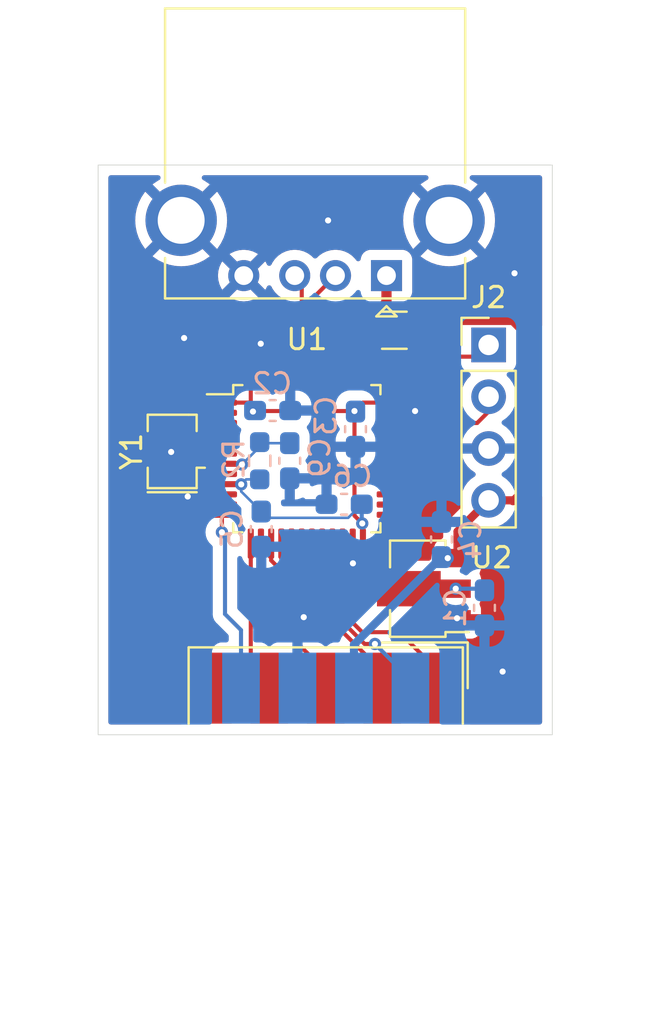
<source format=kicad_pcb>
(kicad_pcb (version 20221018) (generator pcbnew)
  (layers (0 "F.Cu" signal "Front") (1 "In1.Cu" signal) (2 "In2.Cu" signal) (31 "B.Cu" signal "Back") (34 "B.Paste" user) (35 "F.Paste" user) (36 "B.SilkS" user "B.Silkscreen") (37 "F.SilkS" user "F.Silkscreen") (38 "B.Mask" user) (39 "F.Mask" user) (44 "Edge.Cuts" user))
  (net 0 "")
  (net 1 "+3.3V")
  (net 2 "GND")
  (net 3 "+5V")
  (net 4 "/NRST")
  (net 5 "Net-(J3-VBUS)")
  (net 6 "/PIN1")
  (net 7 "/PIN2")
  (net 8 "/PIN3")
  (net 9 "/PIN4")
  (net 10 "/PIN5")
  (net 11 "/PIN6")
  (net 12 "/PIN9")
  (net 13 "/SWDIO")
  (net 14 "/SWCLK")
  (net 15 "/USB_DM")
  (net 16 "/USB_DP")
  (net 20 "/OSC_IN")
  (net 21 "/OSC_OUT")
  (footprint "Connector_PinHeader_2.54mm:PinHeader_1x04_P2.54mm_Vertical" (layer "F.Cu") (at 138.684 84.6682)
    (fp_text reference "J2" (at 0 -2.33) (layer "F.SilkS"))
    (fp_text value "Conn_01x04" hide)
    (fp_line (start -1.33 -1.33) (end 0 -1.33) (stroke (width 0.12)) (layer "F.SilkS"))
    (fp_line (start -1.33 0) (end -1.33 -1.33) (stroke (width 0.12)) (layer "F.SilkS"))
    (fp_line (start -1.33 1.27) (end -1.33 8.95) (stroke (width 0.12)) (layer "F.SilkS"))
    (fp_line (start -1.33 1.27) (end 1.33 1.27) (stroke (width 0.12)) (layer "F.SilkS"))
    (fp_line (start -1.33 8.95) (end 1.33 8.95) (stroke (width 0.12)) (layer "F.SilkS"))
    (fp_line (start 1.33 1.27) (end 1.33 8.95) (stroke (width 0.12)) (layer "F.SilkS"))
    (pad "1" thru_hole rect (at 0 0) (size 1.7 1.7) (drill 1) (layers "*.Cu" "*.Mask") (net 14 "/SWCLK"))
    (pad "2" thru_hole oval (at 0 2.54) (size 1.7 1.7) (drill 1) (layers "*.Cu" "*.Mask") (net 13 "/SWDIO"))
    (pad "3" thru_hole oval (at 0 5.08) (size 1.7 1.7) (drill 1) (layers "*.Cu" "*.Mask") (net 2 "GND"))
    (pad "4" thru_hole oval (at 0 7.62) (size 1.7 1.7) (drill 1) (layers "*.Cu" "*.Mask") (net 3 "+5V"))
  )
  (footprint "Crystal:Resonator_SMD_Murata_CSTxExxV-3Pin_3.0x1.1mm" (layer "F.Cu") (at 123.1646 89.8906 90)
    (fp_text reference "Y1" (at 0 -2 90) (layer "F.SilkS"))
    (fp_text value "Resonator")
    (fp_line (start -2 -1.2) (end -2 0.8) (stroke (width 0.12)) (layer "F.SilkS"))
    (fp_line (start -2 0.8) (end -2 1.2) (stroke (width 0.12)) (layer "F.SilkS"))
    (fp_line (start -1.8 -1.2) (end -0.8 -1.2) (stroke (width 0.12)) (layer "F.SilkS"))
    (fp_line (start -1.8 0.8) (end -1.8 -1.2) (stroke (width 0.12)) (layer "F.SilkS"))
    (fp_line (start -1.8 0.8) (end -1.8 1.2) (stroke (width 0.12)) (layer "F.SilkS"))
    (fp_line (start -0.8 1.2) (end -1.8 1.2) (stroke (width 0.12)) (layer "F.SilkS"))
    (fp_line (start -0.8 1.2) (end -0.8 1.6) (stroke (width 0.12)) (layer "F.SilkS"))
    (fp_line (start 1 -1.2) (end 1.8 -1.2) (stroke (width 0.12)) (layer "F.SilkS"))
    (fp_line (start 1.8 -1.2) (end 1.8 0.8) (stroke (width 0.12)) (layer "F.SilkS"))
    (fp_line (start 1.8 0.8) (end 1.8 1.2) (stroke (width 0.12)) (layer "F.SilkS"))
    (fp_line (start 1.8 1.2) (end 1 1.2) (stroke (width 0.12)) (layer "F.SilkS"))
    (pad "1" smd rect (at -1.2 0 90) (size 0.4 1.9) (layers "F.Cu" "F.Paste" "F.Mask") (net 21 "/OSC_OUT"))
    (pad "2" smd rect (at 0 0 90) (size 0.4 1.9) (layers "F.Cu" "F.Paste" "F.Mask") (net 2 "GND"))
    (pad "3" smd rect (at 1.2 0 90) (size 0.4 1.9) (layers "F.Cu" "F.Paste" "F.Mask") (net 20 "/OSC_IN"))
  )
  (footprint "Fuse:Fuse_1206_3216Metric_Pad1.42x1.75mm_HandSolder" (layer "F.Cu") (at 134.0612 83.947)
    (fp_text reference "F1" hide)
    (fp_text value "Fuse" hide)
    (fp_line (start -0.602064 -0.91) (end 0.602064 -0.91) (stroke (width 0.12)) (layer "F.SilkS"))
    (fp_line (start -0.602064 0.91) (end 0.602064 0.91) (stroke (width 0.12)) (layer "F.SilkS"))
    (pad "1" smd roundrect (at -1.4875 0) (size 1.425 1.75) (layers "F.Cu" "F.Paste" "F.Mask") (roundrect_rratio 0.175439) (net 5 "Net-(J3-VBUS)"))
    (pad "2" smd roundrect (at 1.4875 0) (size 1.425 1.75) (layers "F.Cu" "F.Paste" "F.Mask") (roundrect_rratio 0.175439) (net 3 "+5V"))
  )
  (footprint "Connector_USB:USB_A_CONNFLY_DS1095-WNR0" (layer "F.Cu") (at 133.675 81.2671 180)
    (fp_text reference "J3" hide)
    (fp_text value "USB_1" hide)
    (fp_line (start -3.86 -1.12) (end -3.86 0.86) (stroke (width 0.12)) (layer "F.SilkS"))
    (fp_line (start -3.86 -1.12) (end 10.86 -1.12) (stroke (width 0.12)) (layer "F.SilkS"))
    (fp_line (start -3.86 4.56) (end -3.86 13.1) (stroke (width 0.12)) (layer "F.SilkS"))
    (fp_line (start -3.86 13.1) (end 10.86 13.1) (stroke (width 0.12)) (layer "F.SilkS"))
    (fp_line (start -0.5 -2) (end 0 -1.5) (stroke (width 0.12)) (layer "F.SilkS"))
    (fp_line (start 0 -1.5) (end 0.5 -2) (stroke (width 0.12)) (layer "F.SilkS"))
    (fp_line (start 0.5 -2) (end -0.5 -2) (stroke (width 0.12)) (layer "F.SilkS"))
    (fp_line (start 10.86 0.86) (end 10.86 -1.12) (stroke (width 0.12)) (layer "F.SilkS"))
    (fp_line (start 10.86 4.56) (end 10.86 13.1) (stroke (width 0.12)) (layer "F.SilkS"))
    (pad "1" thru_hole rect (at 0 0 180) (size 1.524 1.524) (drill 0.92) (layers "*.Cu" "*.Mask") (net 5 "Net-(J3-VBUS)"))
    (pad "2" thru_hole circle (at 2.5 0 180) (size 1.524 1.524) (drill 0.92) (layers "*.Cu" "*.Mask") (net 15 "/USB_DM"))
    (pad "3" thru_hole circle (at 4.5 0 180) (size 1.524 1.524) (drill 0.92) (layers "*.Cu" "*.Mask") (net 16 "/USB_DP"))
    (pad "4" thru_hole circle (at 7 0 180) (size 1.524 1.524) (drill 0.92) (layers "*.Cu" "*.Mask") (net 2 "GND"))
    (pad "5" thru_hole circle (at -3.07 2.71 180) (size 3.5 3.5) (drill 2.3) (layers "*.Cu" "*.Mask") (net 2 "GND"))
    (pad "5" thru_hole circle (at 10.07 2.71 180) (size 3.5 3.5) (drill 2.3) (layers "*.Cu" "*.Mask") (net 2 "GND"))
  )
  (footprint "Connector_Dsub:DSUB-9_Female_EdgeMount_P2.77mm" (layer "F.Cu") (at 130.695 101.4984)
    (fp_text reference "J1" hide)
    (fp_text value "DE9_Plug" hide)
    (fp_line (start -6.723333 -2) (end -6.723333 1.74) (stroke (width 0.12)) (layer "F.SilkS"))
    (fp_line (start 6.723333 -2) (end -6.723333 -2) (stroke (width 0.12)) (layer "F.SilkS"))
    (fp_line (start 6.723333 1.74) (end 6.723333 -2) (stroke (width 0.12)) (layer "F.SilkS"))
    (fp_line (start 6.963333 -2.24) (end 2.77 -2.24) (stroke (width 0.12)) (layer "F.SilkS"))
    (fp_line (start 6.963333 0) (end 6.963333 -2.24) (stroke (width 0.12)) (layer "F.SilkS"))
    (pad "1" smd rect (at 5.54 0) (size 1.846667 3.48) (layers "F.Cu" "F.Paste" "F.Mask") (net 6 "/PIN1"))
    (pad "2" smd rect (at 2.77 0) (size 1.846667 3.48) (layers "F.Cu" "F.Paste" "F.Mask") (net 7 "/PIN2"))
    (pad "3" smd rect (at 0 0) (size 1.846667 3.48) (layers "F.Cu" "F.Paste" "F.Mask") (net 8 "/PIN3"))
    (pad "4" smd rect (at -2.77 0) (size 1.846667 3.48) (layers "F.Cu" "F.Paste" "F.Mask") (net 9 "/PIN4"))
    (pad "5" smd rect (at -5.54 0) (size 1.846667 3.48) (layers "F.Cu" "F.Paste" "F.Mask") (net 10 "/PIN5"))
    (pad "6" smd rect (at 4.155 0) (size 1.846667 3.48) (layers "B.Cu" "B.Paste" "B.Mask") (net 11 "/PIN6"))
    (pad "7" smd rect (at 1.385 0) (size 1.846667 3.48) (layers "B.Cu" "B.Paste" "B.Mask") (net 3 "+5V"))
    (pad "8" smd rect (at -1.385 0) (size 1.846667 3.48) (layers "B.Cu" "B.Paste" "B.Mask") (net 2 "GND"))
    (pad "9" smd rect (at -4.155 0) (size 1.846667 3.48) (layers "B.Cu" "B.Paste" "B.Mask") (net 12 "/PIN9"))
  )
  (footprint "CH32V203:CH32V203C8T6_LQFP-48_7x7mm_P0.5mm" (layer "F.Cu") (at 129.7686 90.2462)
    (fp_text reference "U1" (at 0 -5.85) (layer "F.SilkS"))
    (fp_text value "CH32V203C8T6-CH32V103C")
    (fp_line (start -3.61 -3.61) (end -3.61 -3.16) (stroke (width 0.12)) (layer "F.SilkS"))
    (fp_line (start -3.61 -3.16) (end -4.9 -3.16) (stroke (width 0.12)) (layer "F.SilkS"))
    (fp_line (start -3.61 3.61) (end -3.61 3.16) (stroke (width 0.12)) (layer "F.SilkS"))
    (fp_line (start -3.16 -3.61) (end -3.61 -3.61) (stroke (width 0.12)) (layer "F.SilkS"))
    (fp_line (start -3.16 3.61) (end -3.61 3.61) (stroke (width 0.12)) (layer "F.SilkS"))
    (fp_line (start 3.16 -3.61) (end 3.61 -3.61) (stroke (width 0.12)) (layer "F.SilkS"))
    (fp_line (start 3.16 3.61) (end 3.61 3.61) (stroke (width 0.12)) (layer "F.SilkS"))
    (fp_line (start 3.61 -3.61) (end 3.61 -3.16) (stroke (width 0.12)) (layer "F.SilkS"))
    (fp_line (start 3.61 3.61) (end 3.61 3.16) (stroke (width 0.12)) (layer "F.SilkS"))
    (pad "1" smd roundrect (at -4.1625 -2.75) (size 1.475 0.3) (layers "F.Cu" "F.Paste" "F.Mask") (net 1 "+3.3V"))
    (pad "2" smd roundrect (at -4.1625 -2.25) (size 1.475 0.3) (layers "F.Cu" "F.Paste" "F.Mask"))
    (pad "3" smd roundrect (at -4.1625 -1.75) (size 1.475 0.3) (layers "F.Cu" "F.Paste" "F.Mask"))
    (pad "4" smd roundrect (at -4.1625 -1.25) (size 1.475 0.3) (layers "F.Cu" "F.Paste" "F.Mask"))
    (pad "5" smd roundrect (at -4.1625 -0.75) (size 1.475 0.3) (layers "F.Cu" "F.Paste" "F.Mask") (net 20 "/OSC_IN"))
    (pad "6" smd roundrect (at -4.1625 -0.25) (size 1.475 0.3) (layers "F.Cu" "F.Paste" "F.Mask") (net 21 "/OSC_OUT"))
    (pad "7" smd roundrect (at -4.1625 0.25) (size 1.475 0.3) (layers "F.Cu" "F.Paste" "F.Mask") (net 4 "/NRST"))
    (pad "8" smd roundrect (at -4.1625 0.75) (size 1.475 0.3) (layers "F.Cu" "F.Paste" "F.Mask") (net 2 "GND"))
    (pad "9" smd roundrect (at -4.1625 1.25) (size 1.475 0.3) (layers "F.Cu" "F.Paste" "F.Mask") (net 1 "+3.3V"))
    (pad "10" smd roundrect (at -4.1625 1.75) (size 1.475 0.3) (layers "F.Cu" "F.Paste" "F.Mask"))
    (pad "11" smd roundrect (at -4.1625 2.25) (size 1.475 0.3) (layers "F.Cu" "F.Paste" "F.Mask") (net 10 "/PIN5"))
    (pad "12" smd roundrect (at -4.1625 2.75) (size 1.475 0.3) (layers "F.Cu" "F.Paste" "F.Mask") (net 12 "/PIN9"))
    (pad "13" smd roundrect (at -2.75 4.1625) (size 0.3 1.475) (layers "F.Cu" "F.Paste" "F.Mask") (net 9 "/PIN4"))
    (pad "14" smd roundrect (at -2.25 4.1625) (size 0.3 1.475) (layers "F.Cu" "F.Paste" "F.Mask") (net 8 "/PIN3"))
    (pad "15" smd roundrect (at -1.75 4.1625) (size 0.3 1.475) (layers "F.Cu" "F.Paste" "F.Mask") (net 7 "/PIN2"))
    (pad "16" smd roundrect (at -1.25 4.1625) (size 0.3 1.475) (layers "F.Cu" "F.Paste" "F.Mask") (net 11 "/PIN6"))
    (pad "17" smd roundrect (at -0.75 4.1625) (size 0.3 1.475) (layers "F.Cu" "F.Paste" "F.Mask") (net 6 "/PIN1"))
    (pad "18" smd roundrect (at -0.25 4.1625) (size 0.3 1.475) (layers "F.Cu" "F.Paste" "F.Mask"))
    (pad "19" smd roundrect (at 0.25 4.1625) (size 0.3 1.475) (layers "F.Cu" "F.Paste" "F.Mask"))
    (pad "20" smd roundrect (at 0.75 4.1625) (size 0.3 1.475) (layers "F.Cu" "F.Paste" "F.Mask"))
    (pad "21" smd roundrect (at 1.25 4.1625) (size 0.3 1.475) (layers "F.Cu" "F.Paste" "F.Mask"))
    (pad "22" smd roundrect (at 1.75 4.1625) (size 0.3 1.475) (layers "F.Cu" "F.Paste" "F.Mask"))
    (pad "23" smd roundrect (at 2.25 4.1625) (size 0.3 1.475) (layers "F.Cu" "F.Paste" "F.Mask") (net 2 "GND"))
    (pad "24" smd roundrect (at 2.75 4.1625) (size 0.3 1.475) (layers "F.Cu" "F.Paste" "F.Mask") (net 1 "+3.3V"))
    (pad "25" smd roundrect (at 4.1625 2.75) (size 1.475 0.3) (layers "F.Cu" "F.Paste" "F.Mask"))
    (pad "26" smd roundrect (at 4.1625 2.25) (size 1.475 0.3) (layers "F.Cu" "F.Paste" "F.Mask"))
    (pad "27" smd roundrect (at 4.1625 1.75) (size 1.475 0.3) (layers "F.Cu" "F.Paste" "F.Mask"))
    (pad "28" smd roundrect (at 4.1625 1.25) (size 1.475 0.3) (layers "F.Cu" "F.Paste" "F.Mask"))
    (pad "29" smd roundrect (at 4.1625 0.75) (size 1.475 0.3) (layers "F.Cu" "F.Paste" "F.Mask"))
    (pad "30" smd roundrect (at 4.1625 0.25) (size 1.475 0.3) (layers "F.Cu" "F.Paste" "F.Mask"))
    (pad "31" smd roundrect (at 4.1625 -0.25) (size 1.475 0.3) (layers "F.Cu" "F.Paste" "F.Mask"))
    (pad "32" smd roundrect (at 4.1625 -0.75) (size 1.475 0.3) (layers "F.Cu" "F.Paste" "F.Mask"))
    (pad "33" smd roundrect (at 4.1625 -1.25) (size 1.475 0.3) (layers "F.Cu" "F.Paste" "F.Mask"))
    (pad "34" smd roundrect (at 4.1625 -1.75) (size 1.475 0.3) (layers "F.Cu" "F.Paste" "F.Mask") (net 13 "/SWDIO"))
    (pad "35" smd roundrect (at 4.1625 -2.25) (size 1.475 0.3) (layers "F.Cu" "F.Paste" "F.Mask") (net 2 "GND"))
    (pad "36" smd roundrect (at 4.1625 -2.75) (size 1.475 0.3) (layers "F.Cu" "F.Paste" "F.Mask") (net 1 "+3.3V"))
    (pad "37" smd roundrect (at 2.75 -4.1625) (size 0.3 1.475) (layers "F.Cu" "F.Paste" "F.Mask") (net 14 "/SWCLK"))
    (pad "38" smd roundrect (at 2.25 -4.1625) (size 0.3 1.475) (layers "F.Cu" "F.Paste" "F.Mask"))
    (pad "39" smd roundrect (at 1.75 -4.1625) (size 0.3 1.475) (layers "F.Cu" "F.Paste" "F.Mask"))
    (pad "40" smd roundrect (at 1.25 -4.1625) (size 0.3 1.475) (layers "F.Cu" "F.Paste" "F.Mask"))
    (pad "41" smd roundrect (at 0.75 -4.1625) (size 0.3 1.475) (layers "F.Cu" "F.Paste" "F.Mask"))
    (pad "42" smd roundrect (at 0.25 -4.1625) (size 0.3 1.475) (layers "F.Cu" "F.Paste" "F.Mask") (net 15 "/USB_DM"))
    (pad "43" smd roundrect (at -0.25 -4.1625) (size 0.3 1.475) (layers "F.Cu" "F.Paste" "F.Mask") (net 16 "/USB_DP"))
    (pad "44" smd roundrect (at -0.75 -4.1625) (size 0.3 1.475) (layers "F.Cu" "F.Paste" "F.Mask"))
    (pad "45" smd roundrect (at -1.25 -4.1625) (size 0.3 1.475) (layers "F.Cu" "F.Paste" "F.Mask"))
    (pad "46" smd roundrect (at -1.75 -4.1625) (size 0.3 1.475) (layers "F.Cu" "F.Paste" "F.Mask"))
    (pad "47" smd roundrect (at -2.25 -4.1625) (size 0.3 1.475) (layers "F.Cu" "F.Paste" "F.Mask") (net 2 "GND"))
    (pad "48" smd roundrect (at -2.75 -4.1625) (size 0.3 1.475) (layers "F.Cu" "F.Paste" "F.Mask") (net 1 "+3.3V"))
  )
  (footprint "Package_TO_SOT_SMD:SOT-89-3" (layer "F.Cu") (at 135.209 96.6216 180)
    (fp_text reference "U2" (at -3.6274 1.524) (layer "F.SilkS"))
    (fp_text value "LM1117MP-3.3")
    (fp_line (start -2.5 -2.13) (end -1.36 -2.13) (stroke (width 0.12)) (layer "F.SilkS"))
    (fp_line (start -1.36 -2.36) (end -1.36 -2.13) (stroke (width 0.12)) (layer "F.SilkS"))
    (fp_line (start -1.36 -2.36) (end 1.36 -2.36) (stroke (width 0.12)) (layer "F.SilkS"))
    (fp_line (start -1.36 2.36) (end -1.36 2.13) (stroke (width 0.12)) (layer "F.SilkS"))
    (fp_line (start 1.36 -2.36) (end 1.36 -1.05) (stroke (width 0.12)) (layer "F.SilkS"))
    (fp_line (start 1.36 1.05) (end 1.36 2.36) (stroke (width 0.12)) (layer "F.SilkS"))
    (fp_line (start 1.36 2.36) (end -1.36 2.36) (stroke (width 0.12)) (layer "F.SilkS"))
    (pad "1" smd rect (at -1.95 -1.5 180) (size 1.3 0.9) (layers "F.Cu" "F.Paste" "F.Mask") (net 2 "GND"))
    (pad "2" smd custom (at -1.8625 0 180) (size 1.475 0.9) (layers "F.Cu" "F.Paste" "F.Mask") (net 1 "+3.3V") (options (clearance outline) (anchor rect)) (primitives (gr_poly (pts (xy 3.8625 0.8665) (xy 0.7375 0.8665) (xy 0.7375 -0.8665) (xy 3.8625 -0.8665)) (width 0) (fill yes))))
    (pad "3" smd rect (at -1.95 1.5 180) (size 1.3 0.9) (layers "F.Cu" "F.Paste" "F.Mask") (net 3 "+5V"))
  )
  (footprint "Capacitor_SMD:C_0603_1608Metric_Pad1.08x0.95mm_HandSolder" (layer "B.Cu") (at 138.4808 97.5614 -90)
    (fp_text reference "C1" (at 0 1.43 90) (layer "B.SilkS") (effects (justify mirror)))
    (fp_text value "C")
    (fp_line (start -0.146267 -0.51) (end 0.146267 -0.51) (stroke (width 0.12)) (layer "B.SilkS"))
    (fp_line (start -0.146267 0.51) (end 0.146267 0.51) (stroke (width 0.12)) (layer "B.SilkS"))
    (pad "1" smd roundrect (at -0.8625 0 270) (size 1.075 0.95) (layers "B.Cu" "B.Paste" "B.Mask") (net 1 "+3.3V"))
    (pad "2" smd roundrect (at 0.8625 0 270) (size 1.075 0.95) (layers "B.Cu" "B.Paste" "B.Mask") (net 2 "GND"))
  )
  (footprint "Capacitor_SMD:C_0603_1608Metric_Pad1.08x0.95mm_HandSolder" (layer "B.Cu") (at 128.0922 87.884)
    (fp_text reference "C2" (at -0.0254 -1.3208) (layer "B.SilkS") (effects (justify mirror)))
    (fp_text value "C")
    (fp_line (start -0.146267 -0.51) (end 0.146267 -0.51) (stroke (width 0.12)) (layer "B.SilkS"))
    (fp_line (start -0.146267 0.51) (end 0.146267 0.51) (stroke (width 0.12)) (layer "B.SilkS"))
    (pad "1" smd roundrect (at -0.8625 0) (size 1.075 0.95) (layers "B.Cu" "B.Paste" "B.Mask") (net 1 "+3.3V"))
    (pad "2" smd roundrect (at 0.8625 0) (size 1.075 0.95) (layers "B.Cu" "B.Paste" "B.Mask") (net 2 "GND"))
  )
  (footprint "Capacitor_SMD:C_0603_1608Metric_Pad1.08x0.95mm_HandSolder" (layer "B.Cu") (at 136.3726 94.2086 90)
    (fp_text reference "C4" (at 0 1.43 90) (layer "B.SilkS") (effects (justify mirror)))
    (fp_text value "C")
    (fp_line (start -0.146267 -0.51) (end 0.146267 -0.51) (stroke (width 0.12)) (layer "B.SilkS"))
    (fp_line (start -0.146267 0.51) (end 0.146267 0.51) (stroke (width 0.12)) (layer "B.SilkS"))
    (pad "1" smd roundrect (at -0.8625 0 90) (size 1.075 0.95) (layers "B.Cu" "B.Paste" "B.Mask") (net 3 "+5V"))
    (pad "2" smd roundrect (at 0.8625 0 90) (size 1.075 0.95) (layers "B.Cu" "B.Paste" "B.Mask") (net 2 "GND"))
  )
  (footprint "Capacitor_SMD:C_0603_1608Metric_Pad1.08x0.95mm_HandSolder" (layer "B.Cu") (at 131.5974 92.4814 180)
    (fp_text reference "C6" (at -0.4064 1.3716) (layer "B.SilkS") (effects (justify mirror)))
    (fp_text value "C")
    (fp_line (start -0.146267 -0.51) (end 0.146267 -0.51) (stroke (width 0.12)) (layer "B.SilkS"))
    (fp_line (start -0.146267 0.51) (end 0.146267 0.51) (stroke (width 0.12)) (layer "B.SilkS"))
    (pad "1" smd roundrect (at -0.8625 0 180) (size 1.075 0.95) (layers "B.Cu" "B.Paste" "B.Mask") (net 1 "+3.3V"))
    (pad "2" smd roundrect (at 0.8625 0 180) (size 1.075 0.95) (layers "B.Cu" "B.Paste" "B.Mask") (net 2 "GND"))
  )
  (footprint "Capacitor_SMD:C_0603_1608Metric_Pad1.08x0.95mm_HandSolder" (layer "B.Cu") (at 132.1562 88.7984 -90)
    (fp_text reference "C3" (at -0.6604 1.4478 90) (layer "B.SilkS") (effects (justify mirror)))
    (fp_text value "C")
    (fp_line (start -0.146267 -0.51) (end 0.146267 -0.51) (stroke (width 0.12)) (layer "B.SilkS"))
    (fp_line (start -0.146267 0.51) (end 0.146267 0.51) (stroke (width 0.12)) (layer "B.SilkS"))
    (pad "1" smd roundrect (at -0.8625 0 270) (size 1.075 0.95) (layers "B.Cu" "B.Paste" "B.Mask") (net 1 "+3.3V"))
    (pad "2" smd roundrect (at 0.8625 0 270) (size 1.075 0.95) (layers "B.Cu" "B.Paste" "B.Mask") (net 2 "GND"))
  )
  (footprint "Capacitor_SMD:C_0603_1608Metric_Pad1.08x0.95mm_HandSolder" (layer "B.Cu") (at 127.5334 93.7006 -90)
    (fp_text reference "C5" (at 0 1.43 90) (layer "B.SilkS") (effects (justify mirror)))
    (fp_text value "C")
    (fp_line (start -0.146267 -0.51) (end 0.146267 -0.51) (stroke (width 0.12)) (layer "B.SilkS"))
    (fp_line (start -0.146267 0.51) (end 0.146267 0.51) (stroke (width 0.12)) (layer "B.SilkS"))
    (pad "1" smd roundrect (at -0.8625 0 270) (size 1.075 0.95) (layers "B.Cu" "B.Paste" "B.Mask") (net 1 "+3.3V"))
    (pad "2" smd roundrect (at 0.8625 0 270) (size 1.075 0.95) (layers "B.Cu" "B.Paste" "B.Mask") (net 2 "GND"))
  )
  (footprint "Resistor_SMD:R_0603_1608Metric_Pad0.98x0.95mm_HandSolder" (layer "B.Cu") (at 127.4572 90.3478 90)
    (fp_text reference "R2" (at 0.0762 -1.27 270) (layer "B.SilkS") (effects (justify mirror)))
    (fp_text value "R" hide)
    (fp_line (start -0.254724 -0.5225) (end 0.254724 -0.5225) (stroke (width 0.12)) (layer "B.SilkS"))
    (fp_line (start -0.254724 0.5225) (end 0.254724 0.5225) (stroke (width 0.12)) (layer "B.SilkS"))
    (pad "1" smd roundrect (at -0.9125 0 90) (size 0.975 0.95) (layers "B.Cu" "B.Paste" "B.Mask") (net 1 "+3.3V"))
    (pad "2" smd roundrect (at 0.9125 0 90) (size 0.975 0.95) (layers "B.Cu" "B.Paste" "B.Mask") (net 4 "/NRST"))
  )
  (footprint "Capacitor_SMD:C_0603_1608Metric_Pad1.08x0.95mm_HandSolder" (layer "B.Cu") (at 128.9304 90.3478 -90)
    (fp_text reference "C9" (at -0.1524 -1.4732 90) (layer "B.SilkS") (effects (justify mirror)))
    (fp_text value "0.1μF" hide)
    (fp_line (start -0.146267 -0.51) (end 0.146267 -0.51) (stroke (width 0.12)) (layer "B.SilkS"))
    (fp_line (start -0.146267 0.51) (end 0.146267 0.51) (stroke (width 0.12)) (layer "B.SilkS"))
    (pad "1" smd roundrect (at -0.8625 0 270) (size 1.075 0.95) (layers "B.Cu" "B.Paste" "B.Mask") (net 4 "/NRST"))
    (pad "2" smd roundrect (at 0.8625 0 270) (size 1.075 0.95) (layers "B.Cu" "B.Paste" "B.Mask") (net 2 "GND"))
  )
  (gr_rect (start 119.5324 75.8444) (end 141.8082 103.7844) (stroke (width 0.0381)) (fill none) (layer "Edge.Cuts"))
  (segment (start 132.5186 87.4962) (end 132.1054 87.9094) (width 0.2) (layer "F.Cu") (net 1))
  (segment (start 127.1524 87.9094) (end 127.127 87.9348) (width 0.2) (layer "F.Cu") (net 1))
  (segment (start 125.616121 91.506221) (end 125.6061 91.4962) (width 0.127) (layer "F.Cu") (net 1))
  (segment (start 127.0186 87.6046) (end 127.0186 87.8264) (width 0.2) (layer "F.Cu") (net 1))
  (segment (start 132.1054 93.0402) (end 132.4864 93.4212) (width 0.2) (layer "F.Cu") (net 1))
  (segment (start 132.5186 94.4087) (end 132.5197 94.4098) (width 0.127) (layer "F.Cu") (net 1))
  (segment (start 127.0186 86.0837) (end 127.0186 87.6046) (width 0.2) (layer "F.Cu") (net 1))
  (segment (start 126.9102 87.4962) (end 127.0186 87.6046) (width 0.2) (layer "F.Cu") (net 1))
  (segment (start 132.7658 96.6216) (end 137.0715 96.6216) (width 0.127) (layer "F.Cu") (net 1))
  (segment (start 126.550218 91.506221) (end 125.616121 91.506221) (width 0.127) (layer "F.Cu") (net 1))
  (segment (start 127.0186 87.8264) (end 127.127 87.9348) (width 0.2) (layer "F.Cu") (net 1))
  (segment (start 125.6061 87.4962) (end 126.9102 87.4962) (width 0.2) (layer "F.Cu") (net 1))
  (segment (start 133.9311 87.4962) (end 132.5186 87.4962) (width 0.2) (layer "F.Cu") (net 1))
  (segment (start 132.4864 94.3765) (end 132.5186 94.4087) (width 0.127) (layer "F.Cu") (net 1))
  (segment (start 132.1054 87.9094) (end 127.1524 87.9094) (width 0.2) (layer "F.Cu") (net 1))
  (segment (start 132.1054 87.9094) (end 132.1054 93.0402) (width 0.2) (layer "F.Cu") (net 1))
  (segment (start 132.5197 96.3755) (end 132.7658 96.6216) (width 0.127) (layer "F.Cu") (net 1))
  (segment (start 132.5197 94.4098) (end 132.5197 96.3755) (width 0.127) (layer "F.Cu") (net 1))
  (segment (start 132.4864 93.4212) (end 132.4864 94.3765) (width 0.127) (layer "F.Cu") (net 1))
  (via (at 137.0715 96.6216) (size 0.6) (drill 0.3) (layers "F.Cu" "B.Cu") (net 1))
  (via (at 132.1054 87.9094) (size 0.6) (drill 0.3) (layers "F.Cu" "B.Cu") (net 1))
  (via (at 132.4864 93.4212) (size 0.6) (drill 0.3) (layers "F.Cu" "B.Cu") (net 1))
  (via (at 127.127 87.9348) (size 0.6) (drill 0.3) (layers "F.Cu" "B.Cu") (net 1))
  (via (at 126.550218 91.506221) (size 0.6) (drill 0.3) (layers "F.Cu" "B.Cu") (net 1))
  (segment (start 132.4599 92.4814) (end 132.4599 93.3947) (width 0.2) (layer "B.Cu") (net 1))
  (segment (start 126.550218 91.854918) (end 126.550218 91.506221) (width 0.127) (layer "B.Cu") (net 1))
  (segment (start 127.5334 92.8381) (end 126.550218 91.854918) (width 0.127) (layer "B.Cu") (net 1))
  (segment (start 127.8422 93.1469) (end 131.7944 93.1469) (width 0.127) (layer "B.Cu") (net 1))
  (segment (start 126.796139 91.2603) (end 126.550218 91.506221) (width 0.127) (layer "B.Cu") (net 1))
  (segment (start 132.4599 93.3947) (end 132.4864 93.4212) (width 0.2) (layer "B.Cu") (net 1))
  (segment (start 137.0715 96.6216) (end 138.4035 96.6216) (width 0.2) (layer "B.Cu") (net 1))
  (segment (start 127.4572 91.2603) (end 126.796139 91.2603) (width 0.127) (layer "B.Cu") (net 1))
  (segment (start 127.1789 87.9348) (end 127.2297 87.884) (width 0.2) (layer "B.Cu") (net 1))
  (segment (start 127.5334 92.8381) (end 127.8422 93.1469) (width 0.127) (layer "B.Cu") (net 1))
  (segment (start 131.7944 93.1469) (end 132.4599 92.4814) (width 0.127) (layer "B.Cu") (net 1))
  (segment (start 127.127 87.9348) (end 127.1789 87.9348) (width 0.2) (layer "B.Cu") (net 1))
  (segment (start 138.4035 96.6216) (end 138.4808 96.6989) (width 0.2) (layer "B.Cu") (net 1))
  (segment (start 133.9311 87.9962) (end 134.9904 87.9962) (width 0.2) (layer "F.Cu") (net 2))
  (segment (start 127.508 84.6074) (end 127.4572 84.6074) (width 0.2) (layer "F.Cu") (net 2))
  (segment (start 127.508 84.6582) (end 127.508 84.6074) (width 0.2) (layer "F.Cu") (net 2))
  (segment (start 123.9266 92.00903) (end 124.93943 90.9962) (width 0.2) (layer "F.Cu") (net 2))
  (segment (start 123.9266 92.1004) (end 123.9266 92.00903) (width 0.2) (layer "F.Cu") (net 2))
  (segment (start 127.5186 86.0837) (end 127.5186 84.6688) (width 0.2) (layer "F.Cu") (net 2))
  (segment (start 124.93943 90.9962) (end 125.6061 90.9962) (width 0.2) (layer "F.Cu") (net 2))
  (segment (start 134.9904 87.9962) (end 135.0772 87.9094) (width 0.2) (layer "F.Cu") (net 2))
  (segment (start 127.5186 84.6688) (end 127.508 84.6582) (width 0.2) (layer "F.Cu") (net 2))
  (segment (start 127.4572 84.6074) (end 127.508 84.6582) (width 0.2) (layer "F.Cu") (net 2))
  (via (at 139.3698 100.6856) (size 0.6) (drill 0.3) (layers "F.Cu" "B.Cu") (net 2))
  (via (at 132.0292 95.377) (size 0.6) (drill 0.3) (layers "F.Cu" "B.Cu") (net 2))
  (via (at 123.7488 84.328) (size 0.6) (drill 0.3) (layers "F.Cu" "B.Cu") (net 2))
  (via (at 123.1138 89.916) (size 0.6) (drill 0.3) (layers "F.Cu" "B.Cu") (net 2))
  (via (at 135.0772 87.9094) (size 0.6) (drill 0.3) (layers "F.Cu" "B.Cu") (net 2))
  (via (at 137.1346 98.0694) (size 0.6) (drill 0.3) (layers "F.Cu" "B.Cu") (net 2))
  (via (at 129.6162 98.0186) (size 0.6) (drill 0.3) (layers "F.Cu" "B.Cu") (net 2))
  (via (at 139.954 81.153) (size 0.6) (drill 0.3) (layers "F.Cu" "B.Cu") (net 2))
  (via (at 127.508 84.6074) (size 0.6) (drill 0.3) (layers "F.Cu" "B.Cu") (net 2))
  (via (at 130.81 78.5622) (size 0.6) (drill 0.3) (layers "F.Cu" "B.Cu") (net 2))
  (via (at 123.9266 92.1004) (size 0.6) (drill 0.3) (layers "F.Cu" "B.Cu") (net 2))
  (segment (start 129.3114 98.3234) (end 129.6162 98.0186) (width 0.4) (layer "B.Cu") (net 2))
  (segment (start 129.3114 100.1014) (end 129.3114 98.3234) (width 0.4) (layer "B.Cu") (net 2))
  (segment (start 139.837 92.2882) (end 138.684 92.2882) (width 0.4) (layer "F.Cu") (net 3))
  (segment (start 137.159 95.1216) (end 136.6774 95.123) (width 0.4) (layer "F.Cu") (net 3))
  (segment (start 139.8778 92.329) (end 139.837 92.2882) (width 0.4) (layer "F.Cu") (net 3))
  (segment (start 137.159 93.8132) (end 138.684 92.2882) (width 0.4) (layer "F.Cu") (net 3))
  (segment (start 137.159 93.8132) (end 137.159 95.1216) (width 0.4) (layer "F.Cu") (net 3))
  (segment (start 140.4366 84.0668) (end 140.4366 91.7702) (width 0.4) (layer "F.Cu") (net 3))
  (segment (start 140.4366 91.7702) (end 139.8778 92.329) (width 0.4) (layer "F.Cu") (net 3))
  (segment (start 135.7505 83.4912) (end 139.861 83.4912) (width 0.4) (layer "F.Cu") (net 3))
  (segment (start 139.861 83.4912) (end 140.4366 84.0668) (width 0.4) (layer "F.Cu") (net 3))
  (segment (start 135.2947 83.947) (end 135.7505 83.4912) (width 0.4) (layer "F.Cu") (net 3))
  (via (at 136.6774 95.123) (size 0.6) (drill 0.3) (layers "F.Cu" "B.Cu") (net 3))
  (segment (start 132.08 99.3637) (end 136.3726 95.0711) (width 0.4) (layer "B.Cu") (net 3))
  (segment (start 132.08 101.4984) (end 132.08 99.3637) (width 0.4) (layer "B.Cu") (net 3))
  (segment (start 125.641567 90.531667) (end 125.6061 90.4962) (width 0.127) (layer "F.Cu") (net 4))
  (segment (start 126.586051 90.531667) (end 125.641567 90.531667) (width 0.127) (layer "F.Cu") (net 4))
  (via (at 126.586051 90.531667) (size 0.6) (drill 0.3) (layers "F.Cu" "B.Cu") (net 4))
  (segment (start 127.5072 89.4853) (end 127.4572 89.4353) (width 0.127) (layer "B.Cu") (net 4))
  (segment (start 128.9812 89.4853) (end 127.5072 89.4853) (width 0.127) (layer "B.Cu") (net 4))
  (segment (start 127.4572 89.660518) (end 126.586051 90.531667) (width 0.127) (layer "B.Cu") (net 4))
  (segment (start 127.4572 89.4353) (end 127.4572 89.660518) (width 0.127) (layer "B.Cu") (net 4))
  (segment (start 133.6802 81.2723) (end 133.675 81.2671) (width 0.5) (layer "F.Cu") (net 5))
  (segment (start 133.675 81.2671) (end 133.675 82.5917) (width 0.5) (layer "F.Cu") (net 5))
  (segment (start 133.675 82.5917) (end 132.3197 83.947) (width 0.5) (layer "F.Cu") (net 5))
  (segment (start 134.308467 98.7552) (end 132.4864 98.7552) (width 0.2) (layer "F.Cu") (net 6))
  (segment (start 132.4864 98.7552) (end 129.0186 95.2874) (width 0.2) (layer "F.Cu") (net 6))
  (segment (start 136.235 101.4984) (end 136.235 100.681733) (width 0.2) (layer "F.Cu") (net 6))
  (segment (start 129.0186 95.2874) (end 129.0186 94.4087) (width 0.2) (layer "F.Cu") (net 6))
  (segment (start 136.235 100.681733) (end 134.308467 98.7552) (width 0.2) (layer "F.Cu") (net 6))
  (segment (start 133.465 101.4984) (end 133.465 100.681733) (width 0.2) (layer "F.Cu") (net 7))
  (segment (start 133.465 100.681733) (end 128.0186 95.235333) (width 0.2) (layer "F.Cu") (net 7))
  (segment (start 128.0186 95.235333) (end 128.0186 94.4087) (width 0.2) (layer "F.Cu") (net 7))
  (segment (start 130.695 101.4984) (end 130.695 100.681733) (width 0.2) (layer "F.Cu") (net 8))
  (segment (start 127.5186 97.505333) (end 127.5186 94.4087) (width 0.2) (layer "F.Cu") (net 8))
  (segment (start 130.695 100.681733) (end 127.5186 97.505333) (width 0.2) (layer "F.Cu") (net 8))
  (segment (start 127.925 101.4984) (end 127.0186 100.592) (width 0.2) (layer "F.Cu") (net 9))
  (segment (start 127.0186 100.592) (end 127.0186 94.4087) (width 0.2) (layer "F.Cu") (net 9))
  (segment (start 125.155 101.4984) (end 124.6416 100.985) (width 0.2) (layer "F.Cu") (net 10))
  (segment (start 124.868601 92.4962) (end 125.6061 92.4962) (width 0.2) (layer "F.Cu") (net 10))
  (segment (start 124.6416 92.723201) (end 124.868601 92.4962) (width 0.2) (layer "F.Cu") (net 10))
  (segment (start 124.6416 100.985) (end 124.6416 92.723201) (width 0.2) (layer "F.Cu") (net 10))
  (segment (start 132.60065 99.331898) (end 128.5186 95.249848) (width 0.2) (layer "F.Cu") (net 11))
  (segment (start 133.108229 99.331898) (end 132.60065 99.331898) (width 0.2) (layer "F.Cu") (net 11))
  (segment (start 128.5186 95.249848) (end 128.5186 94.4087) (width 0.2) (layer "F.Cu") (net 11))
  (via (at 133.108229 99.331898) (size 0.6) (drill 0.3) (layers "F.Cu" "B.Cu") (net 11))
  (segment (start 134.85 101.4984) (end 134.85 101.073669) (width 0.2) (layer "B.Cu") (net 11))
  (segment (start 134.85 101.073669) (end 133.108229 99.331898) (width 0.2) (layer "B.Cu") (net 11))
  (segment (start 125.603 92.9993) (end 125.6061 92.9962) (width 0.2) (layer "F.Cu") (net 12))
  (segment (start 125.603 93.853) (end 125.603 92.9993) (width 0.2) (layer "F.Cu") (net 12))
  (via (at 125.603 93.853) (size 0.6) (drill 0.3) (layers "F.Cu" "B.Cu") (net 12))
  (segment (start 125.7554 94.0054) (end 125.603 93.853) (width 0.2) (layer "B.Cu") (net 12))
  (segment (start 125.7554 97.8662) (end 125.7554 94.0054) (width 0.2) (layer "B.Cu") (net 12))
  (segment (start 126.54 98.6508) (end 125.7554 97.8662) (width 0.2) (layer "B.Cu") (net 12))
  (segment (start 126.54 101.4984) (end 126.54 98.6508) (width 0.2) (layer "B.Cu") (net 12))
  (segment (start 133.9311 88.4962) (end 138.1226 88.4962) (width 0.2) (layer "F.Cu") (net 13))
  (segment (start 138.1226 88.4962) (end 138.8364 87.7824) (width 0.2) (layer "F.Cu") (net 13))
  (segment (start 132.5186 86.0837) (end 133.3599 85.2424) (width 0.2) (layer "F.Cu") (net 14))
  (segment (start 133.3599 85.2424) (end 138.8364 85.2424) (width 0.2) (layer "F.Cu") (net 14))
  (segment (start 130.0186 82.4235) (end 131.175 81.2671) (width 0.2) (layer "F.Cu") (net 15))
  (segment (start 130.0186 86.0837) (end 130.0186 82.4235) (width 0.2) (layer "F.Cu") (net 15))
  (segment (start 129.5186 81.6107) (end 129.175 81.2671) (width 0.2) (layer "F.Cu") (net 16))
  (segment (start 129.5186 86.0837) (end 129.5186 81.6107) (width 0.2) (layer "F.Cu") (net 16))
  (segment (start 125.5465 89.5558) (end 125.6061 89.4962) (width 0.127) (layer "F.Cu") (net 20))
  (segment (start 124.8022 89.4962) (end 123.9966 88.6906) (width 0.127) (layer "F.Cu") (net 20))
  (segment (start 125.6061 89.4962) (end 124.8022 89.4962) (width 0.127) (layer "F.Cu") (net 20))
  (segment (start 123.9966 88.6906) (end 123.1646 88.6906) (width 0.127) (layer "F.Cu") (net 20))
  (segment (start 123.9966 91.0906) (end 123.1646 91.0906) (width 0.127) (layer "F.Cu") (net 21))
  (segment (start 124.5108 90.5764) (end 123.9966 91.0906) (width 0.127) (layer "F.Cu") (net 21))
  (segment (start 124.868601 89.9962) (end 124.5108 90.354001) (width 0.127) (layer "F.Cu") (net 21))
  (segment (start 125.6061 89.9962) (end 124.868601 89.9962) (width 0.127) (layer "F.Cu") (net 21))
  (segment (start 124.5108 90.354001) (end 124.5108 90.5764) (width 0.127) (layer "F.Cu") (net 21))
  (zone (net 2) (net_name "GND") (layer "F.Cu") (priority 1) (connect_pads (clearance 0.5)) (min_thickness 0.25) (fill yes (thermal_gap 0.5) (thermal_bridge_width 0.5))
    (polygon (pts (xy 119.7102 76.2) (xy 141.4018 76.2) (xy 141.4018 103.4288) (xy 119.7102 103.4288)))
  )
  (zone (net 2) (net_name "GND") (layer "B.Cu") (connect_pads (clearance 0.5)) (min_thickness 0.25) (fill yes (thermal_gap 0.5) (thermal_bridge_width 0.5))
    (polygon (pts (xy 119.8118 76.1746) (xy 141.4018 76.2) (xy 141.4526 103.4288) (xy 119.7102 103.4034) (xy 119.7356 76.1746)))
  )
)
</source>
